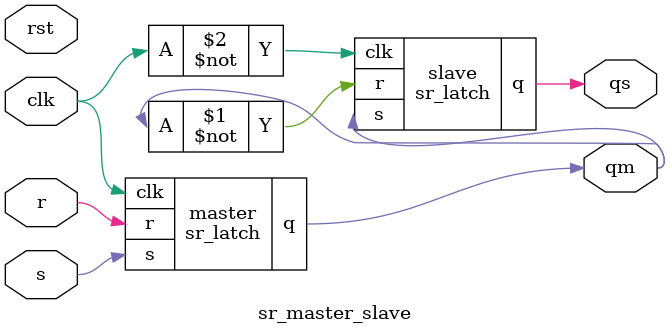
<source format=v>
module sr_latch(input s,r,clk,
                    output reg q);
  always@(*)begin
    if(clk)begin
      if(~s & ~r)
        q=q;
    else if(~s & r)
      q=1'b0;
    else if(s & ~r)
      q=1'b1;
    else
      q=1'bx;
  end
    else
      q=q;
  end
endmodule

module sr_master_slave(input s,r,clk,rst,
                       output reg qm,qs);
  sr_latch master(.s(s),.r(r),.clk(clk),.q(qm));
  sr_latch slave(.s(qm),.r(~qm),.clk(~clk),.q(qs));
endmodule
  

</source>
